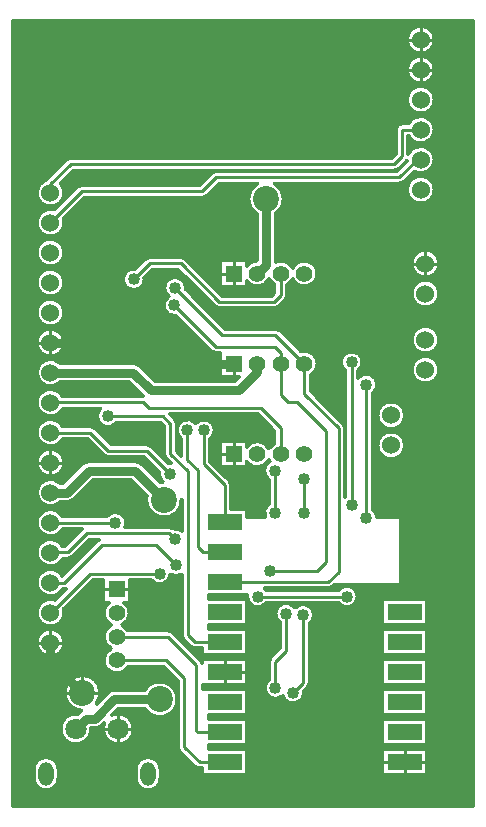
<source format=gbr>
G04 DesignSpark PCB Gerber Version 12.0 Build 5942*
%FSLAX35Y35*%
%MOMM*%
%ADD20O,1.30000X2.00000*%
%ADD17R,1.40000X1.42000*%
%ADD12C,0.25400*%
%ADD11C,0.30480*%
%ADD13C,0.80000*%
%ADD16C,1.01600*%
%ADD18C,1.40000*%
%ADD70C,1.52400*%
%ADD71C,1.80000*%
%ADD14C,2.20000*%
%ADD19R,3.00000X1.35000*%
%ADD23R,1.42000X1.40000*%
X0Y0D02*
D02*
D11*
X1021120Y4330240D02*
Y1741120D01*
X2980240D01*
Y2000140D01*
X2619640D01*
Y2054940D01*
X2599410D01*
G75*
G02*
X2559520Y2070520I-2170J53300D01*
G01*
X2427520Y2202520D01*
G75*
G02*
X2411900Y2240240I37720J37720D01*
G01*
G75*
G02*
X2411940Y2242410I53350J100D01*
G01*
Y2798100D01*
X2293100Y2916940D01*
X1992200D01*
G75*
G02*
X1784600Y2970240I-96960J53300D01*
G01*
G75*
G02*
X1847900Y3070240I110640J0D01*
G01*
G75*
G02*
Y3270240I47340J100000D01*
G01*
G75*
G02*
X1830060Y3459640I47340J100000D01*
G01*
X1783640D01*
Y3651940D01*
X1692380D01*
X1447400Y3406960D01*
G75*
G02*
X1452080Y3374240I-112150J-32740D01*
G01*
G75*
G02*
X1218400I-116840J0D01*
G01*
G75*
G02*
X1374020Y3484460I116840J0D01*
G01*
X1466010Y3576450D01*
G75*
G02*
X1451070Y3574940I-12780J51810D01*
G01*
X1439210D01*
G75*
G02*
X1218400Y3628240I-103970J53300D01*
G01*
G75*
G02*
X1436350Y3686790I116840J0D01*
G01*
X1732520Y3982960D01*
G75*
G02*
X1744460Y3991940I37720J-37720D01*
G01*
X1662380D01*
X1517960Y3847520D01*
G75*
G02*
X1478070Y3831940I-37720J37720D01*
G01*
X1440700D01*
G75*
G02*
X1218400Y3882240I-105460J50300D01*
G01*
G75*
G02*
X1437620Y3938540I116840J0D01*
G01*
X1458100D01*
X1601500Y4081940D01*
X1438700D01*
G75*
G02*
X1218400Y4136240I-103460J54300D01*
G01*
G75*
G02*
X1439720Y4188540I116840J0D01*
G01*
X1810940D01*
G75*
G02*
X1968990Y4098540I74300J-53290D01*
G01*
X2338070D01*
G75*
G02*
X2375290Y4085450I2170J-53300D01*
G01*
G75*
G02*
X2446940Y4066980I14950J-90210D01*
G01*
Y4330240D01*
X2445880D01*
G75*
G02*
X2144600I-150640J0D01*
G01*
X1529120D01*
G75*
G02*
X1472750Y4309640I-53880J60010D01*
G01*
X1419830D01*
G75*
G02*
X1234980Y4330240I-84590J80600D01*
G01*
X1021120D01*
X1454600Y2695240D02*
G75*
G02*
X1755880I150640J0D01*
G01*
G75*
G02*
X1725560Y2604600I-150640J0D01*
G01*
X1818220Y2697260D01*
G75*
G02*
X1877730Y2720840I57020J-57020D01*
G01*
X2132980D01*
G75*
G02*
X2410880Y2640240I127260J-80600D01*
G01*
G75*
G02*
X2132980Y2559640I-150640J0D01*
G01*
X1908680D01*
X1859780Y2510740D01*
G75*
G02*
X2040880Y2390240I50460J-120500D01*
G01*
G75*
G02*
X1779600I-130640J0D01*
G01*
G75*
G02*
X1789740Y2440700I130640J0D01*
G01*
X1767260Y2418220D01*
G75*
G02*
X1707750Y2394640I-57020J57020D01*
G01*
X1680810D01*
G75*
G02*
X1680880Y2390240I-130580J-4280D01*
G01*
G75*
G02*
X1419600I-130640J0D01*
G01*
G75*
G02*
X1565900Y2519940I130640J0D01*
G01*
X1578220Y2532260D01*
G75*
G02*
X1594730Y2544970I57030J-57000D01*
G01*
G75*
G02*
X1454600Y2695240I10510J150270D01*
G01*
X2056640Y1975240D02*
Y2045240D01*
G75*
G02*
X2267840I105600J0D01*
G01*
Y1975240D01*
G75*
G02*
X2056640I-105600J0D01*
G01*
X1192640D02*
Y2045240D01*
G75*
G02*
X1403840I105600J0D01*
G01*
Y1975240D01*
G75*
G02*
X1192640I-105600J0D01*
G01*
X1218400Y3120240D02*
G75*
G02*
X1452080I116840J0D01*
G01*
G75*
G02*
X1218400I-116840J0D01*
G01*
X1036360Y2010240D02*
G36*
X1036360Y2010240D02*
Y1756360D01*
X2965000D01*
Y2000140D01*
X2619640D01*
Y2010240D01*
X2267840D01*
Y1975240D01*
G75*
G02*
X2056640I-105600J0D01*
G01*
Y2010240D01*
X1403840D01*
Y1975240D01*
G75*
G02*
X1192640I-105600J0D01*
G01*
Y2010240D01*
X1036360D01*
G37*
Y2552740D02*
G36*
X1036360Y2552740D02*
Y2010240D01*
X1192640D01*
Y2045240D01*
G75*
G02*
X1403840I105600J0D01*
G01*
Y2010240D01*
X2056640D01*
Y2045240D01*
G75*
G02*
X2267840I105600J0D01*
G01*
Y2010240D01*
X2619640D01*
Y2054940D01*
X2599410D01*
G75*
G02*
X2559520Y2070520I-2180J53270D01*
G01*
X2427520Y2202520D01*
G75*
G02*
X2411900Y2240240I37760J37730D01*
G01*
G75*
G02*
X2411940Y2242410I59450J-10D01*
G01*
Y2552740D01*
X2382860D01*
G75*
G02*
X2137620I-122620J87500D01*
G01*
X1901780D01*
X1859780Y2510740D01*
G75*
G02*
X2040880Y2390240I50460J-120500D01*
G01*
G75*
G02*
X1779600I-130640J0D01*
G01*
G75*
G02*
X1789740Y2440700I130670J-10D01*
G01*
X1767260Y2418220D01*
G75*
G02*
X1707750Y2394640I-57000J56980D01*
G01*
X1680810D01*
G75*
G02*
X1680880Y2390240I-161350J-4770D01*
G01*
G75*
G02*
X1419600I-130640J0D01*
G01*
G75*
G02*
X1565900Y2519940I130640J0D01*
G01*
X1578220Y2532260D01*
G75*
G02*
X1594730Y2544970I56940J-56890D01*
G01*
G75*
G02*
X1556390Y2552740I10500J150290D01*
G01*
X1036360D01*
G37*
Y3120240D02*
G36*
X1036360Y3120240D02*
Y2552740D01*
X1556390D01*
G75*
G02*
X1454600Y2695230I48840J142490D01*
G01*
G75*
G02*
Y2695240I286480J10D01*
G01*
G75*
G02*
X1755880I150640J0D01*
G01*
G75*
G02*
Y2695230I-190990J0D01*
G01*
G75*
G02*
X1725560Y2604600I-150620J0D01*
G01*
X1818220Y2697260D01*
G75*
G02*
X1877730Y2720840I57020J-57020D01*
G01*
X2132980D01*
G75*
G02*
X2410880Y2640240I127260J-80600D01*
G01*
G75*
G02*
X2382860Y2552740I-150650J10D01*
G01*
X2411940D01*
Y2798100D01*
X2293100Y2916940D01*
X1992200D01*
G75*
G02*
X1784600Y2970240I-96960J53300D01*
G01*
G75*
G02*
X1847900Y3070240I110640J0D01*
G01*
G75*
G02*
X1796540Y3120240I47340J100010D01*
G01*
X1452080D01*
G75*
G02*
X1218400I-116840J0D01*
G01*
X1036360D01*
G37*
X1908680Y2559640D02*
G36*
X1908680Y2559640D02*
X1901780Y2552740D01*
X2137620D01*
G75*
G02*
X2132980Y2559640I122640J87480D01*
G01*
X1908680D01*
G37*
X1036360Y4315000D02*
G36*
X1036360Y4315000D02*
Y3120240D01*
X1218400D01*
G75*
G02*
X1452080I116840J0D01*
G01*
X1796540D01*
G75*
G02*
X1784600Y3170240I98700J50000D01*
G01*
G75*
G02*
X1847900Y3270240I110640J0D01*
G01*
G75*
G02*
X1784600Y3370240I47340J100000D01*
G01*
G75*
G02*
X1830060Y3459640I110640J0D01*
G01*
X1783640D01*
Y3651940D01*
X1692380D01*
X1447400Y3406960D01*
G75*
G02*
X1452080Y3374240I-112400J-32770D01*
G01*
G75*
G02*
X1218400I-116840J0D01*
G01*
G75*
G02*
X1374020Y3484460I116840J0D01*
G01*
X1466010Y3576450D01*
G75*
G02*
X1451070Y3574940I-12820J52160D01*
G01*
X1439210D01*
G75*
G02*
X1218400Y3628230I-103970J53290D01*
G01*
G75*
G02*
Y3628240I286480J10D01*
G01*
G75*
G02*
X1436350Y3686790I116840J0D01*
G01*
X1732520Y3982960D01*
G75*
G02*
X1744460Y3991940I37570J-37530D01*
G01*
X1662380D01*
X1517960Y3847520D01*
G75*
G02*
X1478070Y3831940I-37710J37690D01*
G01*
X1440700D01*
G75*
G02*
X1218400Y3882240I-105460J50300D01*
G01*
G75*
G02*
X1437620Y3938540I116840J0D01*
G01*
X1458100D01*
X1601500Y4081940D01*
X1438700D01*
G75*
G02*
X1218400Y4136240I-103460J54300D01*
G01*
G75*
G02*
X1439720Y4188540I116840J0D01*
G01*
X1810940D01*
G75*
G02*
X1976680Y4135250I74300J-53290D01*
G01*
G75*
G02*
X1968990Y4098540I-91440J-10D01*
G01*
X2338070D01*
G75*
G02*
X2375290Y4085450I2150J-53350D01*
G01*
G75*
G02*
X2446940Y4066980I14960J-90160D01*
G01*
Y4315000D01*
X2445110D01*
G75*
G02*
X2145370I-149870J15240D01*
G01*
X1504250D01*
G75*
G02*
X1472750Y4309640I-29010J75250D01*
G01*
X1419830D01*
G75*
G02*
X1245850Y4315000I-84590J80610D01*
G01*
X1036360D01*
G37*
X1021120Y8379360D02*
Y4185240D01*
X1229170D01*
G75*
G02*
X1439720Y4188540I106070J-49000D01*
G01*
X1810940D01*
G75*
G02*
X1961800Y4185240I74300J-53300D01*
G01*
X2254410D01*
G75*
G02*
X2148250Y4363190I40820J144990D01*
G01*
X2016800Y4494640D01*
X1693680D01*
X1532260Y4333220D01*
G75*
G02*
X1472750Y4309640I-57020J57020D01*
G01*
X1419830D01*
G75*
G02*
X1218400Y4390240I-84590J80600D01*
G01*
G75*
G02*
X1419830Y4470840I116840J0D01*
G01*
X1441800D01*
X1603220Y4632260D01*
G75*
G02*
X1662730Y4655840I57020J-57020D01*
G01*
X2047750D01*
G75*
G02*
X2107260Y4632260I2490J-80600D01*
G01*
X2262290Y4477230D01*
G75*
G02*
X2285990Y4480600I32990J-146990D01*
G01*
G75*
G02*
X2253800Y4550240I59250J69640D01*
G01*
G75*
G02*
X2255000Y4565040I91460J30D01*
G01*
X2128100Y4691940D01*
X1827410D01*
G75*
G02*
X1787520Y4707520I-2170J53300D01*
G01*
X1650100Y4844940D01*
X1439210D01*
G75*
G02*
X1218400Y4898240I-103970J53300D01*
G01*
G75*
G02*
X1439210Y4951540I116840J0D01*
G01*
X1670070D01*
G75*
G02*
X1709960Y4935960I2170J-53300D01*
G01*
X1847380Y4798540D01*
X2148070D01*
G75*
G02*
X2187960Y4782960I2170J-53300D01*
G01*
X2330440Y4640480D01*
G75*
G02*
X2353760Y4641280I14770J-90270D01*
G01*
X2312520Y4682520D01*
G75*
G02*
X2296900Y4720240I37720J37720D01*
G01*
G75*
G02*
X2296940Y4722410I53350J100D01*
G01*
Y4953100D01*
X2268100Y4981940D01*
X1894540D01*
G75*
G02*
X1728800Y5035240I-74300J53300D01*
G01*
G75*
G02*
X1757690Y5101940I91440J0D01*
G01*
X1440700D01*
G75*
G02*
X1218400Y5152240I-105460J50300D01*
G01*
G75*
G02*
X1437620Y5208540I116840J0D01*
G01*
X2117900D01*
X2000800Y5325640D01*
X1419830D01*
G75*
G02*
X1218400Y5406240I-84590J80600D01*
G01*
G75*
G02*
X1419830Y5486840I116840J0D01*
G01*
X2031750D01*
G75*
G02*
X2091260Y5463260I2490J-80600D01*
G01*
X2218680Y5335840D01*
X2896800D01*
X2929600Y5368640D01*
X2774640D01*
Y5571940D01*
X2737410D01*
G75*
G02*
X2697520Y5587520I-2170J53300D01*
G01*
X2400040Y5885000D01*
G75*
G02*
X2335520Y6051980I-14800J90240D01*
G01*
G75*
G02*
X2298800Y6125240I54720J73260D01*
G01*
G75*
G02*
X2481680I91440J0D01*
G01*
G75*
G02*
X2480480Y6110440I-91470J-30D01*
G01*
X2812380Y5778540D01*
X3238070D01*
G75*
G02*
X3277960Y5762960I2170J-53300D01*
G01*
X3454420Y5586500D01*
G75*
G02*
X3538540Y5383280I30810J-106270D01*
G01*
Y5247380D01*
X3812960Y4972960D01*
G75*
G02*
X3828580Y4935240I-37720J-37720D01*
G01*
G75*
G02*
X3828540Y4933070I-53370J-100D01*
G01*
Y4356980D01*
G75*
G02*
X3831940Y4359540I56690J-71750D01*
G01*
Y5420940D01*
G75*
G02*
X3793800Y5495240I53300J74300D01*
G01*
G75*
G02*
X3976680I91440J0D01*
G01*
G75*
G02*
X3938540Y5420940I-91440J0D01*
G01*
Y5361990D01*
G75*
G02*
X4101680Y5305240I71700J-56750D01*
G01*
G75*
G02*
X4063540Y5230940I-91440J0D01*
G01*
Y4249540D01*
G75*
G02*
X4101130Y4185240I-53300J-74300D01*
G01*
X4909360D01*
Y8379360D01*
X1021120D01*
X1218400Y4644240D02*
G75*
G02*
X1452080I116840J0D01*
G01*
G75*
G02*
X1218400I-116840J0D01*
G01*
Y5660240D02*
G75*
G02*
X1452080I116840J0D01*
G01*
G75*
G02*
X1218400I-116840J0D01*
G01*
Y5914240D02*
G75*
G02*
X1452080I116840J0D01*
G01*
G75*
G02*
X1218400I-116840J0D01*
G01*
Y6168240D02*
G75*
G02*
X1452080I116840J0D01*
G01*
G75*
G02*
X1218400I-116840J0D01*
G01*
Y6422240D02*
G75*
G02*
X1452080I116840J0D01*
G01*
G75*
G02*
X1218400I-116840J0D01*
G01*
Y6676240D02*
G75*
G02*
X1371030Y6787470I116840J0D01*
G01*
X1561520Y6977960D01*
G75*
G02*
X1601410Y6993540I37720J-37720D01*
G01*
X2598100D01*
X2702520Y7097960D01*
G75*
G02*
X2742410Y7113540I37720J-37720D01*
G01*
X4268100D01*
X4353830Y7199270D01*
G75*
G02*
X4353540Y7203480I116320J10130D01*
G01*
G75*
G02*
X4349960Y7199520I-41300J33740D01*
G01*
X4282960Y7132520D01*
G75*
G02*
X4243070Y7116940I-37720J37720D01*
G01*
X1527380D01*
X1420530Y7010090D01*
G75*
G02*
X1452080Y6930240I-85290J-79860D01*
G01*
G75*
G02*
X1218400I-116840J0D01*
G01*
G75*
G02*
X1301730Y7042170I116840J0D01*
G01*
X1467520Y7207960D01*
G75*
G02*
X1507410Y7223540I37720J-37720D01*
G01*
X4223100D01*
X4258940Y7259380D01*
Y7463240D01*
G75*
G02*
X4312240Y7516540I53300J0D01*
G01*
X4366270D01*
G75*
G02*
X4587080Y7463240I103970J-53300D01*
G01*
G75*
G02*
X4366270Y7409940I-116840J0D01*
G01*
X4365540D01*
Y7261100D01*
G75*
G02*
X4587080Y7209240I104700J-51860D01*
G01*
G75*
G02*
X4412890Y7107450I-116840J0D01*
G01*
X4327960Y7022520D01*
G75*
G02*
X4288070Y7006940I-37720J37720D01*
G01*
X3233370D01*
G75*
G02*
X3240840Y6747980I-73130J-131700D01*
G01*
Y6346580D01*
G75*
G02*
X3385240Y6292580I44400J-101340D01*
G01*
G75*
G02*
X3595880Y6245240I100000J-47340D01*
G01*
G75*
G02*
X3385240Y6197900I-110640J0D01*
G01*
G75*
G02*
X3338540Y6148280I-100010J47340D01*
G01*
Y6062410D01*
G75*
G02*
X3338580Y6060240I-53330J-2070D01*
G01*
G75*
G02*
X3322960Y6022520I-53340J0D01*
G01*
X3267960Y5967520D01*
G75*
G02*
X3228070Y5951940I-37720J37720D01*
G01*
X2767410D01*
G75*
G02*
X2727520Y5967520I-2170J53300D01*
G01*
X2418100Y6276940D01*
X2197380D01*
X2130480Y6210040D01*
G75*
G02*
X2131680Y6195240I-90270J-14770D01*
G01*
G75*
G02*
X1948800I-91440J0D01*
G01*
G75*
G02*
X2055040Y6285480I91440J0D01*
G01*
X2137520Y6367960D01*
G75*
G02*
X2177410Y6383540I37720J-37720D01*
G01*
X2438070D01*
G75*
G02*
X2477960Y6367960I2170J-53300D01*
G01*
X2787380Y6058540D01*
X3208100D01*
X3231940Y6082380D01*
Y6148280D01*
G75*
G02*
X3185240Y6197900I53310J96960D01*
G01*
G75*
G02*
X2995840Y6180060I-100000J47340D01*
G01*
Y6133640D01*
X2774640D01*
Y6356840D01*
X2995840D01*
Y6310420D01*
G75*
G02*
X3079640Y6355740I89410J-65180D01*
G01*
Y6747980D01*
G75*
G02*
X3087110Y7006940I80600J127260D01*
G01*
X2762380D01*
X2657960Y6902520D01*
G75*
G02*
X2618070Y6886940I-37720J37720D01*
G01*
X1621380D01*
X1446470Y6712030D01*
G75*
G02*
X1452080Y6676240I-111250J-35770D01*
G01*
G75*
G02*
X1218400I-116840J0D01*
G01*
X4353400Y6955240D02*
G75*
G02*
X4587080I116840J0D01*
G01*
G75*
G02*
X4353400I-116840J0D01*
G01*
X4393400Y5430240D02*
G75*
G02*
X4627080I116840J0D01*
G01*
G75*
G02*
X4393400I-116840J0D01*
G01*
Y5684240D02*
G75*
G02*
X4627080I116840J0D01*
G01*
G75*
G02*
X4393400I-116840J0D01*
G01*
Y6075240D02*
G75*
G02*
X4627080I116840J0D01*
G01*
G75*
G02*
X4393400I-116840J0D01*
G01*
Y6329240D02*
G75*
G02*
X4627080I116840J0D01*
G01*
G75*
G02*
X4393400I-116840J0D01*
G01*
X4103400Y4790240D02*
G75*
G02*
X4337080I116840J0D01*
G01*
G75*
G02*
X4103400I-116840J0D01*
G01*
Y5044240D02*
G75*
G02*
X4337080I116840J0D01*
G01*
G75*
G02*
X4103400I-116840J0D01*
G01*
X4353400Y7717240D02*
G75*
G02*
X4587080I116840J0D01*
G01*
G75*
G02*
X4353400I-116840J0D01*
G01*
Y7971240D02*
G75*
G02*
X4587080I116840J0D01*
G01*
G75*
G02*
X4353400I-116840J0D01*
G01*
Y8225240D02*
G75*
G02*
X4587080I116840J0D01*
G01*
G75*
G02*
X4353400I-116840J0D01*
G01*
X1036360Y4644240D02*
G36*
X1036360Y4644240D02*
Y4200480D01*
X1237640D01*
G75*
G02*
X1432830I97600J-64230D01*
G01*
X1821170D01*
G75*
G02*
X1949310I64070J-65240D01*
G01*
X2218720D01*
G75*
G02*
X2144600Y4330230I76510J129750D01*
G01*
G75*
G02*
X2148250Y4363190I150630J0D01*
G01*
X2016800Y4494640D01*
X1693680D01*
X1532260Y4333220D01*
G75*
G02*
X1472750Y4309640I-57000J56980D01*
G01*
X1419830D01*
G75*
G02*
X1218400Y4390240I-84590J80600D01*
G01*
G75*
G02*
X1419830Y4470840I116840J0D01*
G01*
X1441800D01*
X1603220Y4632260D01*
G75*
G02*
X1618510Y4644240I57020J-57030D01*
G01*
X1452080D01*
G75*
G02*
X1218400I-116840J0D01*
G01*
X1036360D01*
G37*
X2091970D02*
G36*
X2091970Y4644240D02*
G75*
G02*
X2107260Y4632260I-41730J-69010D01*
G01*
X2262290Y4477230D01*
G75*
G02*
X2285990Y4480600I32820J-145790D01*
G01*
G75*
G02*
X2253800Y4550240I59260J69650D01*
G01*
G75*
G02*
X2255000Y4565040I91850J0D01*
G01*
X2175800Y4644240D01*
X2091970D01*
G37*
X2326680D02*
G36*
X2326680Y4644240D02*
X2330440Y4640480D01*
G75*
G02*
X2353760Y4641280I14760J-89850D01*
G01*
X2350800Y4644240D01*
X2326680D01*
G37*
X3828540D02*
G36*
X3828540Y4644240D02*
Y4356980D01*
G75*
G02*
X3831940Y4359540I50320J-63300D01*
G01*
Y4644240D01*
X3828540D01*
G37*
X4063540D02*
G36*
X4063540Y4644240D02*
Y4249540D01*
G75*
G02*
X4098130Y4200480I-53290J-74300D01*
G01*
X4894120D01*
Y4644240D01*
X4063540D01*
G37*
X1036360Y4790240D02*
G36*
X1036360Y4790240D02*
Y4644240D01*
X1218400D01*
G75*
G02*
X1452080I116840J0D01*
G01*
X1618510D01*
G75*
G02*
X1662730Y4655840I41730J-69000D01*
G01*
X2047750D01*
G75*
G02*
X2091970Y4644240I2490J-80600D01*
G01*
X2175800D01*
X2128100Y4691940D01*
X1827410D01*
G75*
G02*
X1787520Y4707520I-2180J53270D01*
G01*
X1704800Y4790240D01*
X1379820D01*
G75*
G02*
X1290650I-44580J107990D01*
G01*
X1036360D01*
G37*
X2178890D02*
G36*
X2178890Y4790240D02*
G75*
G02*
X2187960Y4782960I-28640J-44970D01*
G01*
X2326680Y4644240D01*
X2350800D01*
X2312520Y4682520D01*
G75*
G02*
X2296900Y4720240I37760J37730D01*
G01*
G75*
G02*
X2296940Y4722410I59450J-10D01*
G01*
Y4790240D01*
X2178890D01*
G37*
X3828540D02*
G36*
X3828540Y4790240D02*
Y4644240D01*
X3831940D01*
Y4790240D01*
X3828540D01*
G37*
X4063540D02*
G36*
X4063540Y4790240D02*
Y4644240D01*
X4894120D01*
Y4790240D01*
X4337080D01*
G75*
G02*
X4103400I-116840J0D01*
G01*
X4063540D01*
G37*
X1036360Y5044240D02*
G36*
X1036360Y5044240D02*
Y4790240D01*
X1290650D01*
G75*
G02*
X1218400Y4898230I44590J107990D01*
G01*
G75*
G02*
Y4898240I286480J10D01*
G01*
G75*
G02*
Y4898250I286480J10D01*
G01*
G75*
G02*
X1439210Y4951540I116840J0D01*
G01*
X1670070D01*
G75*
G02*
X1709960Y4935960I2180J-53270D01*
G01*
X1847380Y4798540D01*
X2148070D01*
G75*
G02*
X2178890Y4790240I2180J-53280D01*
G01*
X2296940D01*
Y4953100D01*
X2268100Y4981940D01*
X1894540D01*
G75*
G02*
X1728800Y5035240I-74300J53300D01*
G01*
G75*
G02*
X1729240Y5044240I91480J40D01*
G01*
X1379820D01*
G75*
G02*
X1290660I-44580J108000D01*
G01*
X1036360D01*
G37*
X1439210Y4844940D02*
G36*
X1439210Y4844940D02*
G75*
G02*
X1379820Y4790240I-103980J53300D01*
G01*
X1704800D01*
X1650100Y4844940D01*
X1439210D01*
G37*
X3741680Y5044240D02*
G36*
X3741680Y5044240D02*
X3812960Y4972960D01*
G75*
G02*
X3828580Y4935240I-37760J-37730D01*
G01*
G75*
G02*
Y4935230I-63660J0D01*
G01*
G75*
G02*
X3828540Y4933070I-58360J0D01*
G01*
Y4790240D01*
X3831940D01*
Y5044240D01*
X3741680D01*
G37*
X4063540D02*
G36*
X4063540Y5044240D02*
Y4790240D01*
X4103400D01*
G75*
G02*
X4337080I116840J0D01*
G01*
X4894120D01*
Y5044240D01*
X4337080D01*
G75*
G02*
X4103400I-116840J0D01*
G01*
X4063540D01*
G37*
X1036360Y5430240D02*
G36*
X1036360Y5430240D02*
Y5044240D01*
X1290660D01*
G75*
G02*
X1218400Y5152240I44580J108000D01*
G01*
G75*
G02*
X1437620Y5208540I116840J0D01*
G01*
X2117900D01*
X2000800Y5325640D01*
X1419830D01*
G75*
G02*
X1218400Y5406240I-84590J80600D01*
G01*
G75*
G02*
X1220890Y5430240I116860J0D01*
G01*
X1036360D01*
G37*
X1440700Y5101940D02*
G36*
X1440700Y5101940D02*
G75*
G02*
X1379820Y5044240I-105460J50310D01*
G01*
X1729240D01*
G75*
G02*
X1757690Y5101940I90990J-9000D01*
G01*
X1440700D01*
G37*
X2124280Y5430240D02*
G36*
X2124280Y5430240D02*
X2218680Y5335840D01*
X2896800D01*
X2929600Y5368640D01*
X2774640D01*
Y5430240D01*
X2124280D01*
G37*
X3538540Y5383280D02*
G36*
X3538540Y5383280D02*
Y5247380D01*
X3741680Y5044240D01*
X3831940D01*
Y5420940D01*
G75*
G02*
X3820920Y5430240I53290J74320D01*
G01*
X3583930D01*
G75*
G02*
X3538540Y5383280I-98700J49990D01*
G01*
G37*
X3938540Y5420940D02*
G36*
X3938540Y5420940D02*
Y5361990D01*
G75*
G02*
X4101680Y5305240I71700J-56760D01*
G01*
G75*
G02*
Y5305230I-114590J0D01*
G01*
G75*
G02*
X4063540Y5230940I-91420J0D01*
G01*
Y5044240D01*
X4103400D01*
G75*
G02*
X4337080I116840J0D01*
G01*
X4894120D01*
Y5430240D01*
X4627080D01*
G75*
G02*
X4393400I-116840J0D01*
G01*
X3949560D01*
G75*
G02*
X3938540Y5420940I-64310J65020D01*
G01*
G37*
X1036360Y5660240D02*
G36*
X1036360Y5660240D02*
Y5430240D01*
X1220890D01*
G75*
G02*
X1419830Y5486840I114350J-24000D01*
G01*
X2031750D01*
G75*
G02*
X2091260Y5463260I2490J-80600D01*
G01*
X2124280Y5430240D01*
X2774640D01*
Y5571940D01*
X2737410D01*
G75*
G02*
X2697520Y5587520I-2180J53270D01*
G01*
X2624800Y5660240D01*
X1452080D01*
G75*
G02*
X1218400I-116840J0D01*
G01*
X1036360D01*
G37*
X3380680D02*
G36*
X3380680Y5660240D02*
X3454420Y5586500D01*
G75*
G02*
X3595870Y5480230I30810J-106270D01*
G01*
G75*
G02*
X3583930Y5430240I-110640J10D01*
G01*
X3820920D01*
G75*
G02*
X3793800Y5495230I64300J64990D01*
G01*
G75*
G02*
Y5495240I114590J10D01*
G01*
G75*
G02*
X3976680I91440J0D01*
G01*
G75*
G02*
Y5495230I-114590J0D01*
G01*
G75*
G02*
X3949560Y5430240I-91420J0D01*
G01*
X4393400D01*
G75*
G02*
X4627080I116840J0D01*
G01*
X4894120D01*
Y5660240D01*
X4624590D01*
G75*
G02*
X4395890I-114350J24000D01*
G01*
X3380680D01*
G37*
X1036360Y5914240D02*
G36*
X1036360Y5914240D02*
Y5660240D01*
X1218400D01*
G75*
G02*
X1452080I116840J0D01*
G01*
X2624800D01*
X2400040Y5885000D01*
G75*
G02*
X2317110Y5914240I-14800J90240D01*
G01*
X1452080D01*
G75*
G02*
X1218400I-116840J0D01*
G01*
X1036360D01*
G37*
X2676680D02*
G36*
X2676680Y5914240D02*
X2812380Y5778540D01*
X3238070D01*
G75*
G02*
X3277960Y5762960I2180J-53270D01*
G01*
X3380680Y5660240D01*
X4395890D01*
G75*
G02*
X4393400Y5684240I114350J23990D01*
G01*
G75*
G02*
X4627080I116840J0D01*
G01*
G75*
G02*
X4624590Y5660240I-116840J-10D01*
G01*
X4894120D01*
Y5914240D01*
X2676680D01*
G37*
X1036360Y6168240D02*
G36*
X1036360Y6168240D02*
Y5914240D01*
X1218400D01*
G75*
G02*
X1452080I116840J0D01*
G01*
X2317110D01*
G75*
G02*
X2293800Y5975240I68140J60990D01*
G01*
G75*
G02*
X2335520Y6051980I91430J0D01*
G01*
G75*
G02*
X2298800Y6125230I54700J73250D01*
G01*
G75*
G02*
Y6125240I143240J10D01*
G01*
G75*
G02*
X2309540Y6168240I91440J0D01*
G01*
X2127600D01*
G75*
G02*
X1952880I-87360J27000D01*
G01*
X1452080D01*
G75*
G02*
X1218400I-116840J0D01*
G01*
X1036360D01*
G37*
X2470940D02*
G36*
X2470940Y6168240D02*
G75*
G02*
X2481680Y6125240I-80700J-43000D01*
G01*
G75*
G02*
X2480480Y6110440I-91850J0D01*
G01*
X2676680Y5914240D01*
X4894120D01*
Y6168240D01*
X4580970D01*
G75*
G02*
X4627080Y6075240I-70730J-93000D01*
G01*
G75*
G02*
X4393400I-116840J0D01*
G01*
G75*
G02*
X4439510Y6168240I116840J0D01*
G01*
X3564690D01*
G75*
G02*
X3405790I-79450J77000D01*
G01*
X3364690D01*
G75*
G02*
X3338540Y6148280I-79450J76980D01*
G01*
Y6062410D01*
G75*
G02*
X3338580Y6060250I-58320J-2160D01*
G01*
G75*
G02*
Y6060240I-63660J0D01*
G01*
G75*
G02*
X3322960Y6022520I-53380J10D01*
G01*
X3267960Y5967520D01*
G75*
G02*
X3228070Y5951940I-37710J37690D01*
G01*
X2767410D01*
G75*
G02*
X2727520Y5967520I-2180J53270D01*
G01*
X2526800Y6168240D01*
X2470940D01*
G37*
X2774640Y6133640D02*
G36*
X2774640Y6133640D02*
Y6168240D01*
X2677680D01*
X2787380Y6058540D01*
X3208100D01*
X3231940Y6082380D01*
Y6148280D01*
G75*
G02*
X3205790Y6168240I53310J96950D01*
G01*
X3164690D01*
G75*
G02*
X3005790I-79450J77000D01*
G01*
X2995840D01*
Y6133640D01*
X2774640D01*
G37*
X1036360Y6422240D02*
G36*
X1036360Y6422240D02*
Y6168240D01*
X1218400D01*
G75*
G02*
X1452080I116840J0D01*
G01*
X1952880D01*
G75*
G02*
X1948800Y6195240I87360J27010D01*
G01*
G75*
G02*
Y6195250I71620J10D01*
G01*
G75*
G02*
X2055040Y6285480I91440J0D01*
G01*
X2137520Y6367960D01*
G75*
G02*
X2177410Y6383540I37710J-37690D01*
G01*
X2438070D01*
G75*
G02*
X2477960Y6367960I2180J-53270D01*
G01*
X2677680Y6168240D01*
X2774640D01*
Y6356840D01*
X2995840D01*
Y6310420D01*
G75*
G02*
X3079640Y6355740I89410J-65180D01*
G01*
Y6422240D01*
X1452080D01*
G75*
G02*
X1218400I-116840J0D01*
G01*
X1036360D01*
G37*
X2131680Y6195240D02*
G36*
X2131680Y6195240D02*
G75*
G02*
X2127600Y6168240I-91440J10D01*
G01*
X2309540D01*
G75*
G02*
X2470940I80700J-43000D01*
G01*
X2526800D01*
X2418100Y6276940D01*
X2197380D01*
X2130480Y6210040D01*
G75*
G02*
X2131680Y6195260I-90400J-14780D01*
G01*
G75*
G02*
Y6195240I-81850J-10D01*
G01*
G37*
X2995840Y6180060D02*
G36*
X2995840Y6180060D02*
Y6168240D01*
X3005790D01*
G75*
G02*
X2995840Y6180060I79460J76980D01*
G01*
G37*
X3185240Y6197900D02*
G36*
X3185240Y6197900D02*
G75*
G02*
X3164690Y6168240I-100000J47340D01*
G01*
X3205790D01*
G75*
G02*
X3185240Y6197900I79460J77000D01*
G01*
G37*
X3240840Y6422240D02*
G36*
X3240840Y6422240D02*
Y6346580D01*
G75*
G02*
X3385240Y6292580I44400J-101350D01*
G01*
G75*
G02*
X3595880Y6245240I100000J-47340D01*
G01*
G75*
G02*
X3564690Y6168240I-110640J0D01*
G01*
X4439510D01*
G75*
G02*
X4580970I70730J-93000D01*
G01*
X4894120D01*
Y6422240D01*
X4580970D01*
G75*
G02*
X4627080Y6329240I-70730J-93000D01*
G01*
G75*
G02*
X4393400I-116840J0D01*
G01*
G75*
G02*
X4439510Y6422240I116840J0D01*
G01*
X3240840D01*
G37*
X3385240Y6197900D02*
G36*
X3385240Y6197900D02*
G75*
G02*
X3364690Y6168240I-100000J47340D01*
G01*
X3405790D01*
G75*
G02*
X3385240Y6197900I79450J77000D01*
G01*
G37*
X1036360Y6955240D02*
G36*
X1036360Y6955240D02*
Y6422240D01*
X1218400D01*
G75*
G02*
X1452080I116840J0D01*
G01*
X3079640D01*
Y6747980D01*
G75*
G02*
X3009600Y6875240I80590J127260D01*
G01*
G75*
G02*
X3032590Y6955240I150640J10D01*
G01*
X2710680D01*
X2657960Y6902520D01*
G75*
G02*
X2618070Y6886940I-37710J37690D01*
G01*
X1621380D01*
X1446470Y6712030D01*
G75*
G02*
X1452080Y6676250I-111310J-35780D01*
G01*
G75*
G02*
Y6676240I-286480J0D01*
G01*
G75*
G02*
X1218400I-116840J0D01*
G01*
G75*
G02*
X1371030Y6787470I116850J0D01*
G01*
X1538800Y6955240D01*
X1449380D01*
G75*
G02*
X1452080Y6930260I-114070J-24970D01*
G01*
G75*
G02*
Y6930240I-127320J-10D01*
G01*
G75*
G02*
X1218400I-116840J0D01*
G01*
G75*
G02*
X1221110Y6955240I116850J-20D01*
G01*
X1036360D01*
G37*
X3240840Y6747980D02*
G36*
X3240840Y6747980D02*
Y6422240D01*
X4439510D01*
G75*
G02*
X4580970I70730J-93000D01*
G01*
X4894120D01*
Y6955240D01*
X4587080D01*
G75*
G02*
X4353400I-116840J0D01*
G01*
X3287890D01*
G75*
G02*
X3310880Y6875240I-127650J-79990D01*
G01*
G75*
G02*
X3240840Y6747980I-150630J0D01*
G01*
G37*
X1036360Y7717240D02*
G36*
X1036360Y7717240D02*
Y6955240D01*
X1221110D01*
G75*
G02*
X1301730Y7042170I114130J-25000D01*
G01*
X1467520Y7207960D01*
G75*
G02*
X1507410Y7223540I37710J-37690D01*
G01*
X4223100D01*
X4258940Y7259380D01*
Y7463240D01*
G75*
G02*
X4312240Y7516540I53300J0D01*
G01*
X4366270D01*
G75*
G02*
X4587080Y7463250I103970J-53290D01*
G01*
G75*
G02*
Y7463240I-286480J0D01*
G01*
G75*
G02*
Y7463230I-286480J0D01*
G01*
G75*
G02*
X4366270Y7409940I-116840J0D01*
G01*
X4365540D01*
Y7261100D01*
G75*
G02*
X4587080Y7209240I104700J-51870D01*
G01*
G75*
G02*
X4412890Y7107450I-116840J10D01*
G01*
X4327960Y7022520D01*
G75*
G02*
X4288070Y7006940I-37710J37690D01*
G01*
X3233370D01*
G75*
G02*
X3287890Y6955240I-73120J-131710D01*
G01*
X4353400D01*
G75*
G02*
X4587080I116840J0D01*
G01*
X4894120D01*
Y7717240D01*
X4587080D01*
G75*
G02*
X4353400I-116840J0D01*
G01*
X1036360D01*
G37*
X1420530Y7010090D02*
G36*
X1420530Y7010090D02*
G75*
G02*
X1449380Y6955240I-85220J-79840D01*
G01*
X1538800D01*
X1561520Y6977960D01*
G75*
G02*
X1601410Y6993540I37710J-37690D01*
G01*
X2598100D01*
X2702520Y7097960D01*
G75*
G02*
X2742410Y7113540I37710J-37690D01*
G01*
X4268100D01*
X4353830Y7199270D01*
G75*
G02*
X4353540Y7203480I144980J12100D01*
G01*
G75*
G02*
X4349960Y7199520I-43120J35380D01*
G01*
X4282960Y7132520D01*
G75*
G02*
X4243070Y7116940I-37710J37690D01*
G01*
X1527380D01*
X1420530Y7010090D01*
G37*
X2762380Y7006940D02*
G36*
X2762380Y7006940D02*
X2710680Y6955240D01*
X3032590D01*
G75*
G02*
X3087110Y7006940I127640J-80010D01*
G01*
X2762380D01*
G37*
X1036360Y7971240D02*
G36*
X1036360Y7971240D02*
Y7717240D01*
X4353400D01*
G75*
G02*
X4587080I116840J0D01*
G01*
X4894120D01*
Y7971240D01*
X4587080D01*
G75*
G02*
X4353400I-116840J0D01*
G01*
X1036360D01*
G37*
Y8225240D02*
G36*
X1036360Y8225240D02*
Y7971240D01*
X4353400D01*
G75*
G02*
X4587080I116840J0D01*
G01*
X4894120D01*
Y8225240D01*
X4587080D01*
G75*
G02*
X4353400I-116840J0D01*
G01*
X1036360D01*
G37*
Y8364120D02*
G36*
X1036360Y8364120D02*
Y8225240D01*
X4353400D01*
G75*
G02*
X4587080I116840J0D01*
G01*
X4894120D01*
Y8364120D01*
X1036360D01*
G37*
X1942580Y3270240D02*
G75*
G02*
X1992200Y3223540I-47340J-100010D01*
G01*
X2328070D01*
G75*
G02*
X2367960Y3207960I2170J-53300D01*
G01*
X2607960Y2967960D01*
G75*
G02*
X2619640Y2950370I-37720J-37720D01*
G01*
Y2978340D01*
X2980240D01*
Y3016140D01*
X2619640D01*
Y3070940D01*
X2562410D01*
G75*
G02*
X2522520Y3086520I-2170J53300D01*
G01*
X2462520Y3146520D01*
G75*
G02*
X2446900Y3184240I37720J37720D01*
G01*
G75*
G02*
X2446940Y3186410I53350J100D01*
G01*
Y3696620D01*
G75*
G02*
X2351390Y3697940I-46700J78620D01*
G01*
G75*
G02*
X2185940Y3651940I-91150J7300D01*
G01*
X2006840D01*
Y3459640D01*
X1960420D01*
G75*
G02*
X1942580Y3270240I-65180J-89400D01*
G01*
G36*
X1942580Y3270240D02*
G75*
G02*
X1992200Y3223540I-47340J-100010D01*
G01*
X2328070D01*
G75*
G02*
X2367960Y3207960I2170J-53300D01*
G01*
X2607960Y2967960D01*
G75*
G02*
X2619640Y2950370I-37720J-37720D01*
G01*
Y2978340D01*
X2980240D01*
Y3016140D01*
X2619640D01*
Y3070940D01*
X2562410D01*
G75*
G02*
X2522520Y3086520I-2170J53300D01*
G01*
X2462520Y3146520D01*
G75*
G02*
X2446900Y3184240I37720J37720D01*
G01*
G75*
G02*
X2446940Y3186410I53350J100D01*
G01*
Y3696620D01*
G75*
G02*
X2351390Y3697940I-46700J78620D01*
G01*
G75*
G02*
X2185940Y3651940I-91150J7300D01*
G01*
X2006840D01*
Y3459640D01*
X1960420D01*
G75*
G02*
X1942580Y3270240I-65180J-89400D01*
G01*
G37*
X2348980Y5051940D02*
X2387960Y5012960D01*
G75*
G02*
X2403580Y4975240I-37720J-37720D01*
G01*
G75*
G02*
X2403540Y4973070I-53370J-100D01*
G01*
Y4742380D01*
X2441940Y4703980D01*
Y4845940D01*
G75*
G02*
X2403800Y4920240I53300J74300D01*
G01*
G75*
G02*
X2565240Y4979070I91440J0D01*
G01*
G75*
G02*
X2726680Y4920240I70000J-58830D01*
G01*
G75*
G02*
X2688540Y4845940I-91440J0D01*
G01*
Y4652380D01*
X2847960Y4492960D01*
G75*
G02*
X2863580Y4455240I-37720J-37720D01*
G01*
G75*
G02*
X2863540Y4453070I-53370J-100D01*
G01*
Y4248340D01*
X3000840D01*
Y4185240D01*
X3150760D01*
G75*
G02*
X3181940Y4294540I84480J35000D01*
G01*
Y4500940D01*
G75*
G02*
X3191940Y4655780I53300J74300D01*
G01*
G75*
G02*
X3185240Y4667900I93280J59480D01*
G01*
G75*
G02*
X2995840Y4650060I-100000J47340D01*
G01*
Y4603640D01*
X2774640D01*
Y4826840D01*
X2995840D01*
Y4780420D01*
G75*
G02*
X3185240Y4762580I89400J-65180D01*
G01*
G75*
G02*
X3231940Y4812200I100010J-47340D01*
G01*
Y4913100D01*
X3093100Y5051940D01*
X2348980D01*
G36*
X2348980Y5051940D02*
X2387960Y5012960D01*
G75*
G02*
X2403580Y4975240I-37720J-37720D01*
G01*
G75*
G02*
X2403540Y4973070I-53370J-100D01*
G01*
Y4742380D01*
X2441940Y4703980D01*
Y4845940D01*
G75*
G02*
X2403800Y4920240I53300J74300D01*
G01*
G75*
G02*
X2565240Y4979070I91440J0D01*
G01*
G75*
G02*
X2726680Y4920240I70000J-58830D01*
G01*
G75*
G02*
X2688540Y4845940I-91440J0D01*
G01*
Y4652380D01*
X2847960Y4492960D01*
G75*
G02*
X2863580Y4455240I-37720J-37720D01*
G01*
G75*
G02*
X2863540Y4453070I-53370J-100D01*
G01*
Y4248340D01*
X3000840D01*
Y4185240D01*
X3150760D01*
G75*
G02*
X3181940Y4294540I84480J35000D01*
G01*
Y4500940D01*
G75*
G02*
X3191940Y4655780I53300J74300D01*
G01*
G75*
G02*
X3185240Y4667900I93280J59480D01*
G01*
G75*
G02*
X2995840Y4650060I-100000J47340D01*
G01*
Y4603640D01*
X2774640D01*
Y4826840D01*
X2995840D01*
Y4780420D01*
G75*
G02*
X3185240Y4762580I89400J-65180D01*
G01*
G75*
G02*
X3231940Y4812200I100010J-47340D01*
G01*
Y4913100D01*
X3093100Y5051940D01*
X2348980D01*
G37*
X2623540Y2762140D02*
Y2724340D01*
X2980240D01*
Y2762140D01*
X2623540D01*
G36*
X2623540Y2762140D02*
Y2724340D01*
X2980240D01*
Y2762140D01*
X2623540D01*
G37*
X2680240Y3524140D02*
Y3486340D01*
X3000840D01*
Y3270140D01*
X2680240D01*
Y3232340D01*
X3000840D01*
Y3016140D01*
X2680240D01*
Y2978340D01*
X3000840D01*
Y2762140D01*
X2680240D01*
Y2724340D01*
X3000840D01*
Y2508140D01*
X2680240D01*
Y2470340D01*
X3000840D01*
Y2254140D01*
X2680240D01*
Y2216340D01*
X3000840D01*
Y2000140D01*
X2680240D01*
Y1741120D01*
X4670240D01*
Y3610240D01*
X3738680D01*
X3722960Y3594520D01*
G75*
G02*
X3683070Y3578940I-37720J37720D01*
G01*
X3150590D01*
G75*
G02*
X3164540Y3563540I-60350J-68680D01*
G01*
X3770940D01*
G75*
G02*
X3936680Y3510240I74300J-53300D01*
G01*
G75*
G02*
X3770940Y3456940I-91440J0D01*
G01*
X3164540D01*
G75*
G02*
X2999860Y3524140I-74300J53310D01*
G01*
X2680240D01*
X4143640Y2216340D02*
X4524840D01*
Y2000140D01*
X4143640D01*
Y2216340D01*
Y2470340D02*
X4524840D01*
Y2254140D01*
X4143640D01*
Y2470340D01*
Y2724340D02*
X4524840D01*
Y2508140D01*
X4143640D01*
Y2724340D01*
Y2978340D02*
X4524840D01*
Y2762140D01*
X4143640D01*
Y2978340D01*
Y3232340D02*
X4524840D01*
Y3016140D01*
X4143640D01*
Y3232340D01*
Y3486340D02*
X4524840D01*
Y3270140D01*
X4143640D01*
Y3486340D01*
X3202520Y2997960D02*
X3276940Y3072380D01*
Y3290940D01*
G75*
G02*
X3238800Y3365240I53300J74300D01*
G01*
G75*
G02*
X3406560Y3415610I91440J0D01*
G01*
G75*
G02*
X3566680Y3355240I68680J-60370D01*
G01*
G75*
G02*
X3528540Y3280940I-91440J0D01*
G01*
Y2782410D01*
G75*
G02*
X3528580Y2780240I-53330J-2070D01*
G01*
G75*
G02*
X3512960Y2742520I-53340J0D01*
G01*
X3480480Y2710040D01*
G75*
G02*
X3481680Y2695240I-90270J-14770D01*
G01*
G75*
G02*
X3302790Y2668540I-91440J0D01*
G01*
G75*
G02*
X3148800Y2735240I-62550J66700D01*
G01*
G75*
G02*
X3186940Y2809540I91440J0D01*
G01*
Y2958070D01*
G75*
G02*
X3186900Y2960240I53310J2070D01*
G01*
G75*
G02*
X3202520Y2997960I53340J0D01*
G01*
X2695480Y2000140D02*
G36*
X2695480Y2000140D02*
Y1756360D01*
X4655000D01*
Y2108240D01*
X4524840D01*
Y2000140D01*
X4143640D01*
Y2108240D01*
X3000840D01*
Y2000140D01*
X2695480D01*
G37*
Y2254140D02*
G36*
X2695480Y2254140D02*
Y2216340D01*
X3000840D01*
Y2108240D01*
X4143640D01*
Y2216340D01*
X4524840D01*
Y2108240D01*
X4655000D01*
Y2362240D01*
X4524840D01*
Y2254140D01*
X4143640D01*
Y2362240D01*
X3000840D01*
Y2254140D01*
X2695480D01*
G37*
Y2508140D02*
G36*
X2695480Y2508140D02*
Y2470340D01*
X3000840D01*
Y2362240D01*
X4143640D01*
Y2470340D01*
X4524840D01*
Y2362240D01*
X4655000D01*
Y2616240D01*
X4524840D01*
Y2508140D01*
X4143640D01*
Y2616240D01*
X3436270D01*
G75*
G02*
X3344210I-46030J79000D01*
G01*
X3000840D01*
Y2508140D01*
X2695480D01*
G37*
Y2762140D02*
G36*
X2695480Y2762140D02*
Y2724340D01*
X3000840D01*
Y2616240D01*
X3344210D01*
G75*
G02*
X3302790Y2668540I46030J79010D01*
G01*
G75*
G02*
X3148800Y2735240I-62550J66700D01*
G01*
G75*
G02*
Y2735250I114590J10D01*
G01*
G75*
G02*
X3186940Y2809540I91420J0D01*
G01*
Y2870240D01*
X3000840D01*
Y2762140D01*
X2695480D01*
G37*
X3481680Y2695240D02*
G36*
X3481680Y2695240D02*
G75*
G02*
X3436270Y2616240I-91440J10D01*
G01*
X4143640D01*
Y2724340D01*
X4524840D01*
Y2616240D01*
X4655000D01*
Y2870240D01*
X4524840D01*
Y2762140D01*
X4143640D01*
Y2870240D01*
X3528540D01*
Y2782410D01*
G75*
G02*
X3528580Y2780250I-58320J-2160D01*
G01*
G75*
G02*
Y2780240I-63660J0D01*
G01*
G75*
G02*
X3512960Y2742520I-53380J10D01*
G01*
X3480480Y2710040D01*
G75*
G02*
X3481680Y2695260I-90400J-14780D01*
G01*
G75*
G02*
Y2695240I-81850J-10D01*
G01*
G37*
X2695480Y3016140D02*
G36*
X2695480Y3016140D02*
Y2978340D01*
X3000840D01*
Y2870240D01*
X3186940D01*
Y2958070D01*
G75*
G02*
X3186900Y2960230I58320J2160D01*
G01*
G75*
G02*
Y2960240I63660J10D01*
G01*
G75*
G02*
X3202520Y2997960I53380J-10D01*
G01*
X3276940Y3072380D01*
Y3124240D01*
X3000840D01*
Y3016140D01*
X2695480D01*
G37*
X3528540Y3124240D02*
G36*
X3528540Y3124240D02*
Y2870240D01*
X4143640D01*
Y2978340D01*
X4524840D01*
Y2870240D01*
X4655000D01*
Y3124240D01*
X4524840D01*
Y3016140D01*
X4143640D01*
Y3124240D01*
X3528540D01*
G37*
X2695480Y3270140D02*
G36*
X2695480Y3270140D02*
Y3232340D01*
X3000840D01*
Y3124240D01*
X3276940D01*
Y3290940D01*
G75*
G02*
X3238800Y3365230I53280J74290D01*
G01*
G75*
G02*
Y3365240I114590J10D01*
G01*
G75*
G02*
X3239730Y3378240I91450J-10D01*
G01*
X3000840D01*
Y3270140D01*
X2695480D01*
G37*
X3528540Y3280940D02*
G36*
X3528540Y3280940D02*
Y3124240D01*
X4143640D01*
Y3232340D01*
X4524840D01*
Y3124240D01*
X4655000D01*
Y3378240D01*
X4524840D01*
Y3270140D01*
X4143640D01*
Y3378240D01*
X3563740D01*
G75*
G02*
X3566680Y3355240I-88510J-23000D01*
G01*
G75*
G02*
Y3355230I-114590J0D01*
G01*
G75*
G02*
X3528540Y3280940I-91420J0D01*
G01*
G37*
X2695480Y3524140D02*
G36*
X2695480Y3524140D02*
Y3486340D01*
X3000840D01*
Y3378240D01*
X3239730D01*
G75*
G02*
X3406560Y3415610I90510J-13000D01*
G01*
G75*
G02*
X3563740Y3378240I68680J-60370D01*
G01*
X4143640D01*
Y3486340D01*
X4524840D01*
Y3378240D01*
X4655000D01*
Y3595000D01*
X3879550D01*
G75*
G02*
X3936680Y3510240I-34310J-84760D01*
G01*
G75*
G02*
X3770940Y3456940I-91440J0D01*
G01*
X3164540D01*
G75*
G02*
X2998800Y3510260I-74290J53320D01*
G01*
G75*
G02*
X2999860Y3524140I91420J0D01*
G01*
X2695480D01*
G37*
X3150590Y3578940D02*
G36*
X3150590Y3578940D02*
G75*
G02*
X3164540Y3563540I-60500J-68820D01*
G01*
X3770940D01*
G75*
G02*
X3810930Y3595000I74300J-53300D01*
G01*
X3723440D01*
X3722960Y3594520D01*
G75*
G02*
X3683070Y3578940I-37710J37690D01*
G01*
X3150590D01*
G37*
X4305240Y4380240D02*
Y3486340D01*
X4524840D01*
Y3270140D01*
X4305240D01*
Y3232340D01*
X4524840D01*
Y3016140D01*
X4305240D01*
Y2978340D01*
X4524840D01*
Y2762140D01*
X4305240D01*
Y2724340D01*
X4524840D01*
Y2508140D01*
X4305240D01*
Y2470340D01*
X4524840D01*
Y2254140D01*
X4305240D01*
Y2216340D01*
X4524840D01*
Y2000140D01*
X4305240D01*
Y1741120D01*
X4909360D01*
Y4380240D01*
X4305240D01*
G36*
X4305240Y4380240D02*
Y3486340D01*
X4524840D01*
Y3270140D01*
X4305240D01*
Y3232340D01*
X4524840D01*
Y3016140D01*
X4305240D01*
Y2978340D01*
X4524840D01*
Y2762140D01*
X4305240D01*
Y2724340D01*
X4524840D01*
Y2508140D01*
X4305240D01*
Y2470340D01*
X4524840D01*
Y2254140D01*
X4305240D01*
Y2216340D01*
X4524840D01*
Y2000140D01*
X4305240D01*
Y1741120D01*
X4909360D01*
Y4380240D01*
X4305240D01*
G37*
D02*
D12*
X1271740Y3120240D02*
X1218400D01*
X1271740Y4644240D02*
X1218400D01*
X1271740Y5660240D02*
X1218400D01*
X1335240Y3056740D02*
Y3003400D01*
Y3183740D02*
Y3237080D01*
Y3628240D02*
X1453240D01*
X1770240Y3945240D01*
X2230240D01*
X2400240Y3775240D01*
X1335240Y3882240D02*
Y3885240D01*
X1480240D01*
X1640240Y4045240D01*
X2340240D01*
X2390240Y3995240D01*
X1335240Y4580740D02*
Y4527400D01*
Y4707740D02*
Y4761080D01*
Y4898240D02*
X1672240D01*
X1825240Y4745240D01*
X2150240D01*
X2345240Y4550240D01*
X1335240Y5152240D02*
X1389240D01*
X1392240Y5155240D01*
X2120240D01*
X2170240Y5105240D01*
X3115240D01*
X3285240Y4935240D01*
Y4715240D01*
X1335240Y5596740D02*
Y5543400D01*
Y5723740D02*
Y5777080D01*
Y6930240D02*
Y7000240D01*
X1505240Y7170240D01*
X4245240D01*
X4312240Y7237240D01*
Y7463240D01*
X4470240D01*
X1398740Y3120240D02*
X1452080D01*
X1398740Y4644240D02*
X1452080D01*
X1398740Y5660240D02*
X1452080D01*
X1507940Y2695240D02*
X1454600D01*
X1605240Y2792540D02*
Y2845880D01*
X1702540Y2695240D02*
X1755880D01*
X1820240Y5035240D02*
X2290240D01*
X2350240Y4975240D01*
Y4720240D01*
X2500240Y4570240D01*
Y3184240D01*
X2560240Y3124240D01*
X2810240D01*
X1832940Y2390240D02*
X1779600D01*
X1836940Y3570240D02*
X1783640D01*
X1885240Y4135240D02*
X1336240D01*
X1335240Y4136240D01*
X1910240Y2312940D02*
Y2259600D01*
Y2467540D02*
Y2520880D01*
X1953540Y3570240D02*
X2006840D01*
X1987540Y2390240D02*
X2040880D01*
X2260240Y3705240D02*
X1670240D01*
X1339240Y3374240D01*
X1335240D01*
X2385240Y5975240D02*
X2735240Y5625240D01*
X3235240D01*
X3285240Y5575240D01*
Y5480240D01*
X2390240Y6125240D02*
X2790240Y5725240D01*
X3240240D01*
X3485240Y5480240D01*
X2635240Y4920240D02*
Y4630240D01*
X2810240Y4455240D01*
Y4140240D01*
Y2108240D02*
X2597240D01*
X2465240Y2240240D01*
Y2820240D01*
X2315240Y2970240D01*
X1895240D01*
X2810240Y2362240D02*
X2583240D01*
X2570240Y2375240D01*
Y2930240D01*
X2330240Y3170240D01*
X1895240D01*
X2810240Y2815440D02*
Y2762140D01*
Y2815440D02*
Y2762140D01*
Y2925040D02*
Y2978340D01*
Y2925040D02*
Y2978340D01*
Y3886240D02*
X2630240D01*
X2586240Y3930240D01*
Y4579240D01*
X2495240Y4670240D01*
Y4920240D01*
X2827940Y4715240D02*
X2774640D01*
X2827940Y5480240D02*
X2774640D01*
X2827940Y6245240D02*
X2774640D01*
X2885240Y4656940D02*
Y4603640D01*
Y4773540D02*
Y4826840D01*
Y5421940D02*
Y5368640D01*
Y6186940D02*
Y6133640D01*
Y6303540D02*
Y6356840D01*
X2947540Y2870240D02*
X3000840D01*
X3090240Y3510240D02*
X3845240D01*
X3235240Y4575240D02*
Y4220240D01*
X3285240Y5480240D02*
Y5220240D01*
X3345240Y5160240D01*
X3420240D01*
X3670240Y4910240D01*
Y3800240D01*
X3595240Y3725240D01*
X3190240D01*
X3285240Y6245240D02*
Y6060240D01*
X3230240Y6005240D01*
X2765240D01*
X2440240Y6330240D01*
X2175240D01*
X2040240Y6195240D01*
X3330240Y3365240D02*
Y3050240D01*
X3240240Y2960240D01*
Y2735240D01*
X3475240Y3355240D02*
Y2780240D01*
X3390240Y2695240D01*
X3485240Y4505240D02*
Y4220240D01*
Y5480240D02*
Y5225240D01*
X3775240Y4935240D01*
Y3722240D01*
X3685240Y3632240D01*
X2810240D01*
X3885240Y5495240D02*
Y4285240D01*
X4010240Y5305240D02*
Y4175240D01*
X4196940Y2108240D02*
X4143640D01*
X4334240Y2053440D02*
Y2000140D01*
Y2053440D02*
Y2000140D01*
Y2163040D02*
Y2216340D01*
Y2163040D02*
Y2216340D01*
X4406740Y7971240D02*
X4353400D01*
X4406740Y8225240D02*
X4353400D01*
X4446740Y6329240D02*
X4393400D01*
X4470240Y7209240D02*
X4439240D01*
X4290240Y7060240D01*
X2740240D01*
X2620240Y6940240D01*
X1599240D01*
X1335240Y6676240D01*
X4470240Y7907740D02*
Y7854400D01*
Y8034740D02*
Y8088080D01*
Y8161740D02*
Y8108400D01*
Y8288740D02*
Y8342080D01*
X4471540Y2108240D02*
X4524840D01*
X4471540D02*
X4524840D01*
X4510240Y6265740D02*
Y6212400D01*
Y6392740D02*
Y6446080D01*
X4533740Y7971240D02*
X4587080D01*
X4533740Y8225240D02*
X4587080D01*
X4573740Y6329240D02*
X4627080D01*
D02*
D13*
X1335240Y3120240D02*
Y2965240D01*
X1605240Y2695240D01*
X1335240Y4390240D02*
X1475240D01*
X1660240Y4575240D01*
X2050240D01*
X2295240Y4330240D01*
X1335240Y5406240D02*
X2034240D01*
X2185240Y5255240D01*
X2930240D01*
X3085240Y5410240D01*
Y5480240D01*
X1335240Y5660240D02*
X1515240D01*
X1570240Y5715240D01*
X2115240D01*
X2350240Y5480240D01*
X2885240D01*
X2260240Y2640240D02*
X1875240D01*
X1710240Y2475240D01*
X1635240D01*
X1550240Y2390240D01*
X3085240Y6245240D02*
X3160240Y6320240D01*
Y6875240D01*
D02*
D14*
X1605240Y2695240D03*
X2260240Y2640240D03*
X2295240Y4330240D03*
X3160240Y6875240D03*
D02*
D16*
X1820240Y5035240D03*
X1885240Y4135240D03*
X2040240Y6195240D03*
X2260240Y3705240D03*
X2345240Y4550240D03*
X2385240Y5975240D03*
X2390240Y3995240D03*
Y6125240D03*
X2400240Y3775240D03*
X2495240Y4920240D03*
X2635240D03*
X3090240Y3510240D03*
X3190240Y3725240D03*
X3235240Y4220240D03*
Y4575240D03*
X3240240Y2735240D03*
X3330240Y3365240D03*
X3390240Y2695240D03*
X3475240Y3355240D03*
X3485240Y4220240D03*
Y4505240D03*
X3845240Y3510240D03*
X3885240Y4285240D03*
Y5495240D03*
X4010240Y4175240D03*
Y5305240D03*
D02*
D17*
X2885240Y4715240D03*
Y5480240D03*
Y6245240D03*
D02*
D18*
X1895240Y2970240D03*
Y3170240D03*
Y3370240D03*
X3085240Y4715240D03*
Y5480240D03*
Y6245240D03*
X3285240Y4715240D03*
Y5480240D03*
Y6245240D03*
X3485240Y4715240D03*
Y5480240D03*
Y6245240D03*
D02*
D19*
X2810240Y2108240D03*
Y2362240D03*
Y2616240D03*
Y2870240D03*
Y3124240D03*
Y3378240D03*
Y3632240D03*
Y3886240D03*
Y4140240D03*
X4334240Y2108240D03*
Y2362240D03*
Y2616240D03*
Y2870240D03*
Y3124240D03*
Y3378240D03*
D02*
D70*
X1335240Y3120240D03*
Y3374240D03*
Y3628240D03*
Y3882240D03*
Y4136240D03*
Y4390240D03*
Y4644240D03*
Y4898240D03*
Y5152240D03*
Y5406240D03*
Y5660240D03*
Y5914240D03*
Y6168240D03*
Y6422240D03*
Y6676240D03*
Y6930240D03*
X4220240Y4790240D03*
Y5044240D03*
X4470240Y6955240D03*
Y7209240D03*
Y7463240D03*
Y7717240D03*
Y7971240D03*
Y8225240D03*
X4510240Y5430240D03*
Y5684240D03*
Y6075240D03*
Y6329240D03*
D02*
D71*
X1550240Y2390240D03*
X1910240D03*
D02*
D20*
X1298240Y2010240D03*
X2162240D03*
D02*
D23*
X1895240Y3570240D03*
X0Y0D02*
M02*

</source>
